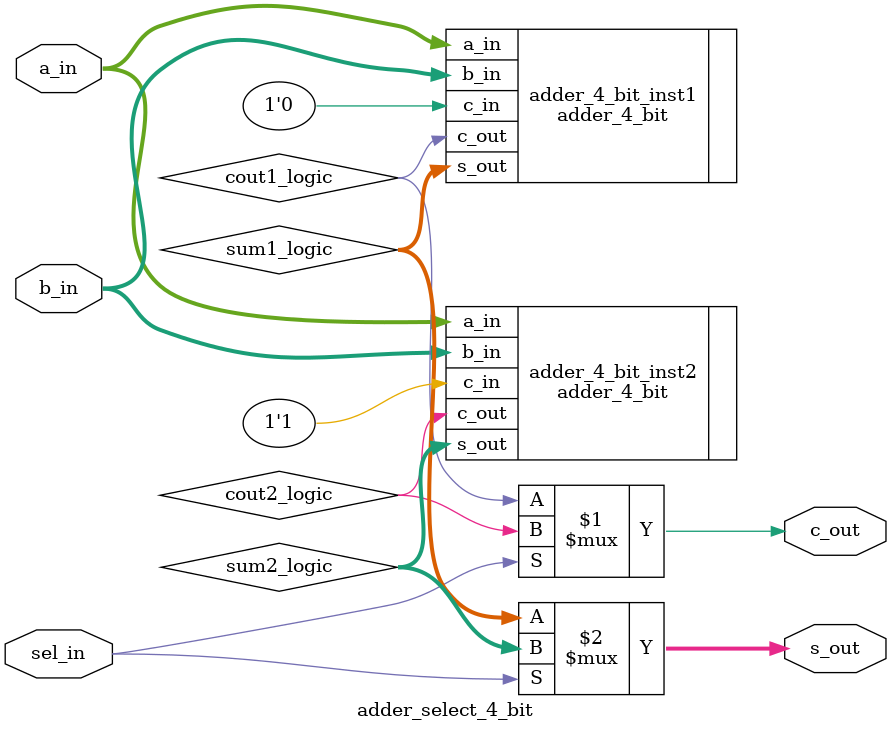
<source format=sv>
module adder_select_4_bit
(
    input  logic        [3:0]   a_in,
    input  logic        [3:0]   b_in,
    input  logic                sel_in,
    output logic                c_out,
    output logic        [3:0]   s_out
);

    logic               [3:0]   sum1_logic, sum2_logic;
    logic                       cout1_logic, cout2_logic;

    adder_4_bit adder_4_bit_inst1(
        .a_in       (a_in),
        .b_in       (b_in),
        .c_in       (1'b0),
        .c_out      (cout1_logic),
        .s_out      (sum1_logic)
    );

    adder_4_bit adder_4_bit_inst2(
        .a_in      (a_in),
        .b_in      (b_in),
        .c_in      (1'b1),
        .c_out     (cout2_logic),
        .s_out     (sum2_logic)
    );

    assign c_out    = sel_in? cout2_logic : cout1_logic;
    assign s_out    = sel_in? sum2_logic : sum1_logic;

endmodule

</source>
